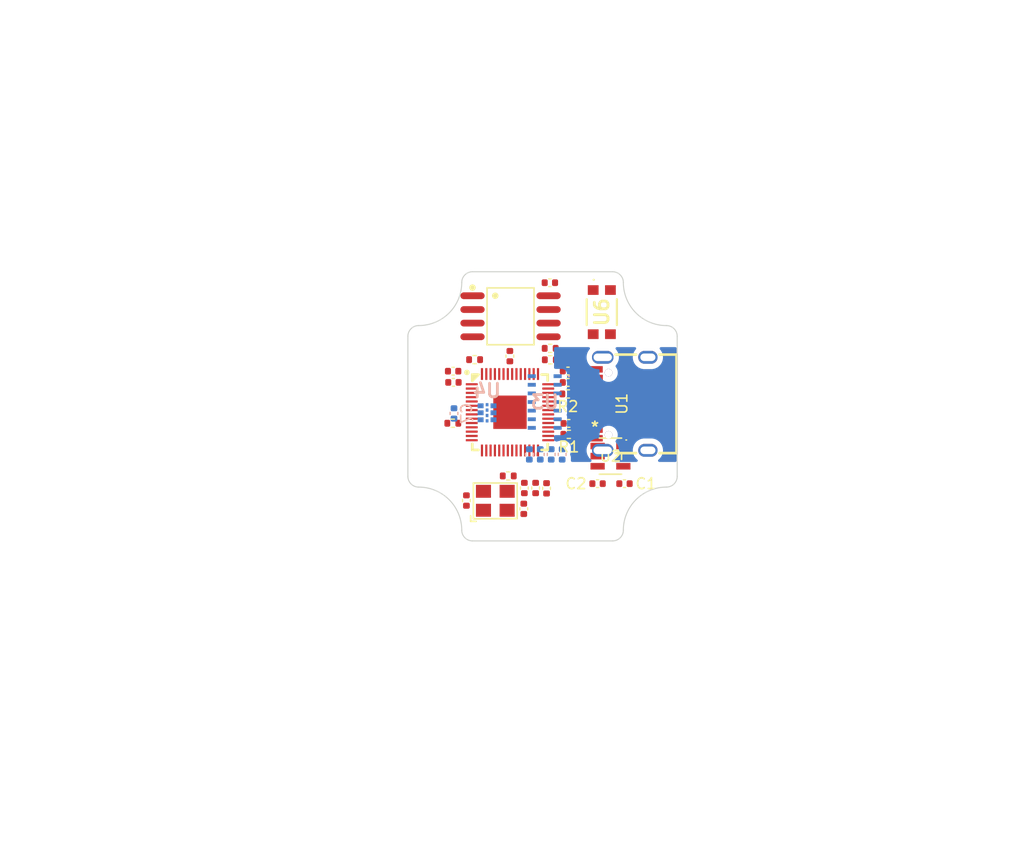
<source format=kicad_pcb>
(kicad_pcb (version 20240108) (generator "pcbnew") (generator_version "8.0")
  (layers (0 "F.Cu" signal) (1 "In1.Cu" mixed) (2 "In2.Cu" mixed) (31 "B.Cu" signal) (34 "B.Paste" user) (35 "F.Paste" user) (36 "B.SilkS" user "B.Silkscreen") (37 "F.SilkS" user "F.Silkscreen") (38 "B.Mask" user) (39 "F.Mask" user) (44 "Edge.Cuts" user))
  (net 0 "")
  (net 1 "dp")
  (net 2 "dm")
  (net 3 "usb_connector-vcc")
  (net 4 "usb_connector-gnd-1")
  (net 5 "sub1")
  (net 6 "cc1")
  (net 7 "sub2")
  (net 8 "cc2")
  (net 9 "power_supply-vcc")
  (net 10 "power_supply.regulator-io")
  (net 11 "nc")
  (net 12 "sda")
  (net 13 "scl")
  (net 14 "sensor.sensor-vcc")
  (net 15 "sensor.sensor-gnd")
  (net 16 "sensor.sensor-vcc-1")
  (net 17 "sensor.sensor-io")
  (net 18 "nc_1")
  (net 19 "pgnd")
  (net 20 "nc_2")
  (net 21 "nc_3")
  (net 22 "nc_4")
  (net 23 "nc_5")
  (net 24 "nc_6")
  (net 25 "mosi")
  (net 26 "miso")
  (net 27 "microcontroller.rp2040-sck")
  (net 28 "microcontroller.rp2040-cs")
  (net 29 "microcontroller.rp2040-cs-1")
  (net 30 "microcontroller.rp2040-sck-1")
  (net 31 "io0")
  (net 32 "io1")
  (net 33 "io2")
  (net 34 "io3")
  (net 35 "tx")
  (net 36 "rx")
  (net 37 "microcontroller.rp2040.micro-vcc")
  (net 38 "xin")
  (net 39 "xout")
  (net 40 "swclk")
  (net 41 "swdio")
  (net 42 "run")
  (net 43 "usb_dm")
  (net 44 "usb_dp")
  (net 45 "gpio0")
  (net 46 "gpio1")
  (net 47 "gpio2")
  (net 48 "gpio3")
  (net 49 "gpio6")
  (net 50 "gpio7")
  (net 51 "gpio12")
  (net 52 "gpio13")
  (net 53 "gpio14")
  (net 54 "gpio15")
  (net 55 "gpio16")
  (net 56 "gpio17")
  (net 57 "gpio18")
  (net 58 "gpio19")
  (net 59 "gpio22")
  (net 60 "gpio23")
  (net 61 "gpio24")
  (net 62 "gpio25")
  (net 63 "gpio26_a0")
  (net 64 "gpio27_a1")
  (net 65 "gpio28_a2")
  (net 66 "gpio29_a3")
  (net 67 "out")
  (net 68 "sensor-gnd")
  (net 69 "temperature_sensor.sensor-vcc")
  (net 70 "temperature_sensor.sensor-io")
  (net 71 "temperature_sensor.sensor-io-1")
  (footprint "lib:C0402" (layer "F.Cu") (at 134.199654 99.236023 180)
    (property "Reference" "C12" (hide yes))
    (property "Value" "16V 100nF X7R Â±10% 0402  Multilayer Ceramic Capacitors MLCC - SMD/SMT ROHS")
    (fp_line (start -0.107836 0.36) (end 0.107836 0.36) (stroke (width 0.12)) (layer "F.SilkS"))
    (fp_line (start -0.107836 -0.36) (end 0.107836 -0.36) (stroke (width 0.12)) (layer "F.SilkS"))
    (pad "1" smd roundrect (at -0.48 0 180) (size 0.56 0.62) (layers "F.Cu" "F.Paste" "F.Mask") (net 9 "power_supply-vcc"))
    (pad "2" smd roundrect (at 0.48 0 180) (size 0.56 0.62) (layers "F.Cu" "F.Paste" "F.Mask") (net 4 "usb_connector-gnd-1"))
  )
  (footprint "lib:LQFN-56_L7.0-W7.0-P0.4-EP" (layer "F.Cu") (at 139.4775 103.05)
    (property "Reference" "U5" (hide yes))
    (property "Value" "?")
    (fp_line (start -3.5 -3.5) (end -2.93 -3.5) (stroke (width 0.25)) (layer "F.SilkS"))
    (fp_line (start -3.5 -2.93) (end -3.5 -3.5) (stroke (width 0.25)) (layer "F.SilkS"))
    (fp_line (start -3.5 -2.93) (end -2.93 -3.5) (stroke (width 0.25)) (layer "F.SilkS"))
    (fp_line (start -3.5 3.5) (end -3.5 2.93) (stroke (width 0.25)) (layer "F.SilkS"))
    (fp_line (start -3.4 3.5) (end -3.5 3.5) (stroke (width 0.25)) (layer "F.SilkS"))
    (fp_line (start -3.24 -3.5) (end -3.24 -3.4) (stroke (width 0.25)) (layer "F.SilkS"))
    (fp_line (start -3.24 -3.4) (end -3.5 -3.14) (stroke (width 0.25)) (layer "F.SilkS"))
    (fp_line (start -2.93 3.5) (end -3.4 3.5) (stroke (width 0.25)) (layer "F.SilkS"))
    (fp_line (start 2.93 -3.5) (end 3.5 -3.5) (stroke (width 0.25)) (layer "F.SilkS"))
    (fp_line (start 3.5 -3.5) (end 3.5 -2.93) (stroke (width 0.25)) (layer "F.SilkS"))
    (fp_line (start 3.5 2.93) (end 3.5 3.5) (stroke (width 0.25)) (layer "F.SilkS"))
    (fp_line (start 3.5 3.5) (end 2.93 3.5) (stroke (width 0.25)) (layer "F.SilkS"))
    (fp_circle (center -4 -3.7) (end -3.87 -3.7) (stroke (width 0.25)) (fill none) (layer "F.SilkS"))
    (pad "1" smd rect (at -3.55 -2.6) (size 1.1 0.2) (layers "F.Cu" "F.Paste" "F.Mask") (net 9 "power_supply-vcc"))
    (pad "2" smd rect (at -3.55 -2.2) (size 1.1 0.2) (layers "F.Cu" "F.Paste" "F.Mask") (net 45 "gpio0"))
    (pad "3" smd rect (at -3.55 -1.8) (size 1.1 0.2) (layers "F.Cu" "F.Paste" "F.Mask") (net 46 "gpio1"))
    (pad "4" smd rect (at -3.55 -1.4) (size 1.1 0.2) (layers "F.Cu" "F.Paste" "F.Mask") (net 47 "gpio2"))
    (pad "5" smd rect (at -3.55 -1) (size 1.1 0.2) (layers "F.Cu" "F.Paste" "F.Mask") (net 48 "gpio3"))
    (pad "6" smd rect (at -3.55 -0.6) (size 1.1 0.2) (layers "F.Cu" "F.Paste" "F.Mask") (net 35 "tx"))
    (pad "7" smd rect (at -3.55 -0.2) (size 1.1 0.2) (layers "F.Cu" "F.Paste" "F.Mask") (net 36 "rx"))
    (pad "8" smd rect (at -3.55 0.2) (size 1.1 0.2) (layers "F.Cu" "F.Paste" "F.Mask") (net 49 "gpio6"))
    (pad "9" smd rect (at -3.55 0.6) (size 1.1 0.2) (layers "F.Cu" "F.Paste" "F.Mask") (net 50 "gpio7"))
    (pad "10" smd rect (at -3.55 1) (size 1.1 0.2) (layers "F.Cu" "F.Paste" "F.Mask") (net 9 "power_supply-vcc"))
    (pad "11" smd rect (at -3.55 1.4) (size 1.1 0.2) (layers "F.Cu" "F.Paste" "F.Mask") (net 26 "miso"))
    (pad "12" smd rect (at -3.55 1.8) (size 1.1 0.2) (layers "F.Cu" "F.Paste" "F.Mask") (net 28 "microcontroller.rp2040-cs"))
    (pad "13" smd rect (at -3.55 2.2) (size 1.1 0.2) (layers "F.Cu" "F.Paste" "F.Mask") (net 27 "microcontroller.rp2040-sck"))
    (pad "14" smd rect (at -3.55 2.6) (size 1.1 0.2) (layers "F.Cu" "F.Paste" "F.Mask") (net 25 "mosi"))
    (pad "15" smd rect (at -2.6 3.55 90) (size 1.1 0.2) (layers "F.Cu" "F.Paste" "F.Mask") (net 51 "gpio12"))
    (pad "16" smd rect (at -2.2 3.55 90) (size 1.1 0.2) (layers "F.Cu" "F.Paste" "F.Mask") (net 52 "gpio13"))
    (pad "17" smd rect (at -1.8 3.55 90) (size 1.1 0.2) (layers "F.Cu" "F.Paste" "F.Mask") (net 53 "gpio14"))
    (pad "18" smd rect (at -1.4 3.55 90) (size 1.1 0.2) (layers "F.Cu" "F.Paste" "F.Mask") (net 54 "gpio15"))
    (pad "19" smd rect (at -1 3.55 90) (size 1.1 0.2) (layers "F.Cu" "F.Paste" "F.Mask") (net 4 "usb_connector-gnd-1"))
    (pad "20" smd rect (at -0.6 3.55 90) (size 1.1 0.2) (layers "F.Cu" "F.Paste" "F.Mask") (net 38 "xin"))
    (pad "21" smd rect (at -0.2 3.55 90) (size 1.1 0.2) (layers "F.Cu" "F.Paste" "F.Mask") (net 39 "xout"))
    (pad "22" smd rect (at 0.2 3.55 90) (size 1.1 0.2) (layers "F.Cu" "F.Paste" "F.Mask") (net 9 "power_supply-vcc"))
    (pad "23" smd rect (at 0.6 3.55 90) (size 1.1 0.2) (layers "F.Cu" "F.Paste" "F.Mask") (net 37 "microcontroller.rp2040.micro-vcc"))
    (pad "24" smd rect (at 1 3.55 90) (size 1.1 0.2) (layers "F.Cu" "F.Paste" "F.Mask") (net 40 "swclk"))
    (pad "25" smd rect (at 1.4 3.55 90) (size 1.1 0.2) (layers "F.Cu" "F.Paste" "F.Mask") (net 41 "swdio"))
    (pad "26" smd rect (at 1.8 3.55 90) (size 1.1 0.2) (layers "F.Cu" "F.Paste" "F.Mask") (net 42 "run"))
    (pad "27" smd rect (at 2.2 3.55 90) (size 1.1 0.2) (layers "F.Cu" "F.Paste" "F.Mask") (net 55 "gpio16"))
    (pad "28" smd rect (at 2.6 3.55 90) (size 1.1 0.2) (layers "F.Cu" "F.Paste" "F.Mask") (net 56 "gpio17"))
    (pad "29" smd rect (at 3.55 2.6 180) (size 1.1 0.2) (layers "F.Cu" "F.Paste" "F.Mask") (net 57 "gpio18"))
    (pad "30" smd rect (at 3.55 2.2 180) (size 1.1 0.2) (layers "F.Cu" "F.Paste" "F.Mask") (net 58 "gpio19"))
    (pad "31" smd rect (at 3.55 1.8 180) (size 1.1 0.2) (layers "F.Cu" "F.Paste" "F.Mask") (net 12 "sda"))
    (pad "32" smd rect (at 3.55 1.4 180) (size 1.1 0.2) (layers "F.Cu" "F.Paste" "F.Mask") (net 13 "scl"))
    (pad "33" smd rect (at 3.55 1 180) (size 1.1 0.2) (layers "F.Cu" "F.Paste" "F.Mask") (net 9 "power_supply-vcc"))
    (pad "34" smd rect (at 3.55 0.6 180) (size 1.1 0.2) (layers "F.Cu" "F.Paste" "F.Mask") (net 59 "gpio22"))
    (pad "35" smd rect (at 3.55 0.2 180) (size 1.1 0.2) (layers "F.Cu" "F.Paste" "F.Mask") (net 60 "gpio23"))
    (pad "36" smd rect (at 3.55 -0.2 180) (size 1.1 0.2) (layers "F.Cu" "F.Paste" "F.Mask") (net 61 "gpio24"))
    (pad "37" smd rect (at 3.55 -0.6 180) (size 1.1 0.2) (layers "F.Cu" "F.Paste" "F.Mask") (net 62 "gpio25"))
    (pad "38" smd rect (at 3.55 -1 180) (size 1.1 0.2) (layers "F.Cu" "F.Paste" "F.Mask") (net 63 "gpio26_a0"))
    (pad "39" smd rect (at 3.55 -1.4 180) (size 1.1 0.2) (layers "F.Cu" "F.Paste" "F.Mask") (net 64 "gpio27_a1"))
    (pad "40" smd rect (at 3.55 -1.8 180) (size 1.1 0.2) (layers "F.Cu" "F.Paste" "F.Mask") (net 65 "gpio28_a2"))
    (pad "41" smd rect (at 3.55 -2.2 180) (size 1.1 0.2) (layers "F.Cu" "F.Paste" "F.Mask") (net 66 "gpio29_a3"))
    (pad "42" smd rect (at 3.55 -2.6 180) (size 1.1 0.2) (layers "F.Cu" "F.Paste" "F.Mask") (net 9 "power_supply-vcc"))
    (pad "43" smd rect (at 2.6 -3.55 270) (size 1.1 0.2) (layers "F.Cu" "F.Paste" "F.Mask") (net 9 "power_supply-vcc"))
    (pad "44" smd rect (at 2.2 -3.55 270) (size 1.1 0.2) (layers "F.Cu" "F.Paste" "F.Mask") (net 9 "power_supply-vcc"))
    (pad "45" smd rect (at 1.8 -3.55 270) (size 1.1 0.2) (layers "F.Cu" "F.Paste" "F.Mask") (net 37 "microcontroller.rp2040.micro-vcc"))
    (pad "46" smd rect (at 1.4 -3.55 270) (size 1.1 0.2) (layers "F.Cu" "F.Paste" "F.Mask") (net 43 "usb_dm"))
    (pad "47" smd rect (at 1 -3.55 270) (size 1.1 0.2) (layers "F.Cu" "F.Paste" "F.Mask") (net 44 "usb_dp"))
    (pad "48" smd rect (at 0.6 -3.55 270) (size 1.1 0.2) (layers "F.Cu" "F.Paste" "F.Mask") (net 9 "power_supply-vcc"))
    (pad "49" smd rect (at 0.2 -3.55 270) (size 1.1 0.2) (layers "F.Cu" "F.Paste" "F.Mask") (net 9 "power_supply-vcc"))
    (pad "50" smd rect (at -0.2 -3.55 270) (size 1.1 0.2) (layers "F.Cu" "F.Paste" "F.Mask") (net 37 "microcontroller.rp2040.micro-vcc"))
    (pad "51" smd rect (at -0.6 -3.55 270) (size 1.1 0.2) (layers "F.Cu" "F.Paste" "F.Mask") (net 34 "io3"))
    (pad "52" smd rect (at -1 -3.55 270) (size 1.1 0.2) (layers "F.Cu" "F.Paste" "F.Mask") (net 30 "microcontroller.rp2040-sck-1"))
    (pad "53" smd rect (at -1.4 -3.55 270) (size 1.1 0.2) (layers "F.Cu" "F.Paste" "F.Mask") (net 31 "io0"))
    (pad "54" smd rect (at -1.8 -3.55 270) (size 1.1 0.2) (layers "F.Cu" "F.Paste" "F.Mask") (net 33 "io2"))
    (pad "55" smd rect (at -2.2 -3.55 270) (size 1.1 0.2) (layers "F.Cu" "F.Paste" "F.Mask") (net 32 "io1"))
    (pad "56" smd rect (at -2.6 -3.55 270) (size 1.1 0.2) (layers "F.Cu" "F.Paste" "F.Mask") (net 29 "microcontroller.rp2040-cs-1"))
    (pad "57" smd rect (at 0 0) (size 3.1 3.1) (layers "F.Cu" "F.Paste" "F.Mask") (net 4 "usb_connector-gnd-1"))
  )
  (footprint "lib:C0402" (layer "F.Cu") (at 135.433478 111.24833 90)
    (property "Reference" "C8" (hide yes))
    (property "Value" "50V 20pF C0G Â±5% 0402  Multilayer Ceramic Capacitors MLCC - SMD/SMT ROHS")
    (fp_line (start -0.107836 -0.36) (end 0.107836 -0.36) (stroke (width 0.12)) (layer "F.SilkS"))
    (fp_line (start -0.107836 0.36) (end 0.107836 0.36) (stroke (width 0.12)) (layer "F.SilkS"))
    (pad "1" smd roundrect (at -0.48 0 90) (size 0.56 0.62) (layers "F.Cu" "F.Paste" "F.Mask") (net 38 "xin"))
    (pad "2" smd roundrect (at 0.48 0 90) (size 0.56 0.62) (layers "F.Cu" "F.Paste" "F.Mask") (net 4 "usb_connector-gnd-1"))
  )
  (footprint "lib:SOIC-8_L5.3-W5.3-P1.27-LS8.0-BL" (layer "F.Cu") (at 139.527814 94.141072 -90)
    (property "Reference" "U8" (hide yes))
    (property "Value" "?")
    (fp_line (start -2.64 2.18) (end -2.64 -2.18) (stroke (width 0.15)) (layer "F.SilkS"))
    (fp_line (start 2.64 2.18) (end -2.64 2.18) (stroke (width 0.15)) (layer "F.SilkS"))
    (fp_line (start -2.64 -2.18) (end 2.64 -2.18) (stroke (width 0.15)) (layer "F.SilkS"))
    (fp_line (start 2.64 -2.18) (end 2.64 2.18) (stroke (width 0.15)) (layer "F.SilkS"))
    (fp_circle (center -2.67 3.53) (end -2.52 3.53) (stroke (width 0.3)) (fill none) (layer "F.SilkS"))
    (fp_circle (center -1.91 1.42) (end -1.76 1.42) (stroke (width 0.3)) (fill none) (layer "F.SilkS"))
    (pad "1" smd oval (at -1.91 3.53 270) (size 0.63 2.25) (layers "F.Cu" "F.Paste" "F.Mask") (net 29 "microcontroller.rp2040-cs-1"))
    (pad "2" smd oval (at -0.63 3.53 270) (size 0.63 2.25) (layers "F.Cu" "F.Paste" "F.Mask") (net 32 "io1"))
    (pad "3" smd oval (at 0.63 3.53 270) (size 0.63 2.25) (layers "F.Cu" "F.Paste" "F.Mask") (net 33 "io2"))
    (pad "4" smd oval (at 1.9 3.53 270) (size 0.63 2.25) (layers "F.Cu" "F.Paste" "F.Mask") (net 4 "usb_connector-gnd-1"))
    (pad "5" smd oval (at 1.9 -3.53 270) (size 0.63 2.25) (layers "F.Cu" "F.Paste" "F.Mask") (net 31 "io0"))
    (pad "6" smd oval (at 0.63 -3.53 270) (size 0.63 2.25) (layers "F.Cu" "F.Paste" "F.Mask") (net 30 "microcontroller.rp2040-sck-1"))
    (pad "7" smd oval (at -0.63 -3.53 270) (size 0.63 2.25) (layers "F.Cu" "F.Paste" "F.Mask") (net 34 "io3"))
    (pad "8" smd oval (at -1.91 -3.53 270) (size 0.63 2.25) (layers "F.Cu" "F.Paste" "F.Mask") (net 9 "power_supply-vcc"))
  )
  (footprint "lib:R0402" (layer "F.Cu") (at 134.170469 104.069128 180)
    (property "Reference" "R3" (hide yes))
    (property "Value" "62.5mW Thick Film Resistors 50V Â±100ppm/â Â±1% 10kÎ© 0402  Chip Resistor - Surface Mount ROHS")
    (fp_line (start -0.153641 0.38) (end 0.153641 0.38) (stroke (width 0.12)) (layer "F.SilkS"))
    (fp_line (start -0.153641 -0.38) (end 0.153641 -0.38) (stroke (width 0.12)) (layer "F.SilkS"))
    (pad "1" smd roundrect (at -0.51 0 180) (size 0.54 0.64) (layers "F.Cu" "F.Paste" "F.Mask") (net 9 "power_supply-vcc"))
    (pad "2" smd roundrect (at 0.51 0 180) (size 0.54 0.64) (layers "F.Cu" "F.Paste" "F.Mask") (net 42 "run"))
  )
  (footprint "lib:C0402" (layer "F.Cu") (at 140.757599 112.018259 -90)
    (property "Reference" "C9" (hide yes))
    (property "Value" "50V 20pF C0G Â±5% 0402  Multilayer Ceramic Capacitors MLCC - SMD/SMT ROHS")
    (fp_line (start -0.107836 0.36) (end 0.107836 0.36) (stroke (width 0.12)) (layer "F.SilkS"))
    (fp_line (start -0.107836 -0.36) (end 0.107836 -0.36) (stroke (width 0.12)) (layer "F.SilkS"))
    (pad "1" smd roundrect (at -0.48 0 270) (size 0.56 0.62) (layers "F.Cu" "F.Paste" "F.Mask") (net 67 "out"))
    (pad "2" smd roundrect (at 0.48 0 270) (size 0.56 0.62) (layers "F.Cu" "F.Paste" "F.Mask") (net 4 "usb_connector-gnd-1"))
  )
  (footprint "lib:KMR211NGLFS" (layer "F.Cu") (at 148 93.75 90)
    (property "Reference" "U6" (at 0 0 90) (layer "F.SilkS") (effects (font (size 1.27 1.27) (thickness 0.254))))
    (property "Value" "KMR211NGLFS (Tactile Switches)" (hide yes))
    (fp_line (start -1.2 -1.4) (end 1.2 -1.4) (stroke (width 0.2)) (layer "F.SilkS"))
    (fp_line (start 3 -0.8) (end 3 -0.8) (stroke (width 0.1)) (layer "F.SilkS"))
    (fp_line (start 3 -0.7) (end 3 -0.7) (stroke (width 0.1)) (layer "F.SilkS"))
    (fp_line (start -1.2 1.4) (end 1.2 1.4) (stroke (width 0.2)) (layer "F.SilkS"))
    (fp_arc (start 3 -0.8) (mid 3.05 -0.75) (end 3 -0.7) (stroke (width 0.1)) (layer "F.SilkS"))
    (fp_arc (start 3 -0.7) (mid 2.95 -0.75) (end 3 -0.8) (stroke (width 0.1)) (layer "F.SilkS"))
    (pad "1" smd rect (at 2.05 -0.8 90) (size 0.9 1) (layers "F.Cu" "F.Paste" "F.Mask") (net 4 "usb_connector-gnd-1"))
    (pad "2" smd rect (at 2.05 0.8 90) (size 0.9 1) (layers "F.Cu" "F.Paste" "F.Mask") (net 29 "microcontroller.rp2040-cs-1"))
    (pad "3" smd rect (at -2.05 0.8 90) (size 0.9 1) (layers "F.Cu" "F.Paste" "F.Mask") (net 29 "microcontroller.rp2040-cs-1"))
    (pad "4" smd rect (at -2.05 -0.8 90) (size 0.9 1) (layers "F.Cu" "F.Paste" "F.Mask") (net 4 "usb_connector-gnd-1"))
  )
  (footprint "lib:R0402" (layer "F.Cu") (at 136.192104 98.164211)
    (property "Reference" "R4" (hide yes))
    (property "Value" "62.5mW Thick Film Resistors 50V Â±100ppm/â Â±1% 10kÎ© 0402  Chip Resistor - Surface Mount ROHS")
    (fp_line (start -0.153641 -0.38) (end 0.153641 -0.38) (stroke (width 0.12)) (layer "F.SilkS"))
    (fp_line (start -0.153641 0.38) (end 0.153641 0.38) (stroke (width 0.12)) (layer "F.SilkS"))
    (pad "1" smd roundrect (at -0.51 0) (size 0.54 0.64) (layers "F.Cu" "F.Paste" "F.Mask") (net 9 "power_supply-vcc"))
    (pad "2" smd roundrect (at 0.51 0) (size 0.54 0.64) (layers "F.Cu" "F.Paste" "F.Mask") (net 29 "microcontroller.rp2040-cs-1"))
  )
  (footprint "lib:C0402" (layer "F.Cu") (at 134.22769 100.274749 180)
    (property "Reference" "C13" (hide yes))
    (property "Value" "16V 100nF X7R Â±10% 0402  Multilayer Ceramic Capacitors MLCC - SMD/SMT ROHS")
    (fp_line (start -0.107836 0.36) (end 0.107836 0.36) (stroke (width 0.12)) (layer "F.SilkS"))
    (fp_line (start -0.107836 -0.36) (end 0.107836 -0.36) (stroke (width 0.12)) (layer "F.SilkS"))
    (pad "1" smd roundrect (at -0.48 0 180) (size 0.56 0.62) (layers "F.Cu" "F.Paste" "F.Mask") (net 9 "power_supply-vcc"))
    (pad "2" smd roundrect (at 0.48 0 180) (size 0.56 0.62) (layers "F.Cu" "F.Paste" "F.Mask") (net 4 "usb_connector-gnd-1"))
  )
  (footprint "lib:C0402" (layer "F.Cu") (at 144.859729 99.224483)
    (property "Reference" "C17" (hide yes))
    (property "Value" "16V 100nF X7R Â±10% 0402  Multilayer Ceramic Capacitors MLCC - SMD/SMT ROHS")
    (fp_line (start -0.107836 -0.36) (end 0.107836 -0.36) (stroke (width 0.12)) (layer "F.SilkS"))
    (fp_line (start -0.107836 0.36) (end 0.107836 0.36) (stroke (width 0.12)) (layer "F.SilkS"))
    (pad "1" smd roundrect (at -0.48 0) (size 0.56 0.62) (layers "F.Cu" "F.Paste" "F.Mask") (net 37 "microcontroller.rp2040.micro-vcc"))
    (pad "2" smd roundrect (at 0.48 0) (size 0.56 0.62) (layers "F.Cu" "F.Paste" "F.Mask") (net 4 "usb_connector-gnd-1"))
  )
  (footprint "lib:SOT-23-5_RIT" (layer "F.Cu") (at 148.804585 107.126363)
    (property "Reference" "U2" (at 0 0 0) (layer "F.SilkS"))
    (property "Value" "?")
    (fp_line (start -1.0287 1.6764) (end 1.0287 1.6764) (stroke (width 0.1524)) (layer "F.SilkS"))
    (fp_line (start 1.0287 -1.6764) (end -1.0287 -1.6764) (stroke (width 0.1524)) (layer "F.SilkS"))
    (fp_line (start 1.0287 0.30196) (end 1.0287 -0.30196) (stroke (width 0.1524)) (layer "F.SilkS"))
    (fp_line (start 1.5 -1.5) (end 1.43 -1.5) (stroke (width 0.127)) (layer "F.SilkS"))
    (fp_text user "*" (at -1.4478 -2.6921 0) (layer "F.SilkS"))
    (fp_text user "*" (at -1.4478 -2.6921 0) (layer "F.SilkS"))
    (pad "1" smd rect (at -1.1938 -0.9395) (size 1.3208 0.6096) (layers "F.Cu" "F.Paste" "F.Mask") (net 3 "usb_connector-vcc"))
    (pad "2" smd rect (at -1.1938 0) (size 1.3208 0.6096) (layers "F.Cu" "F.Paste" "F.Mask") (net 4 "usb_connector-gnd-1"))
    (pad "3" smd rect (at -1.1938 0.9395) (size 1.3208 0.6096) (layers "F.Cu" "F.Paste" "F.Mask") (net 10 "power_supply.regulator-io"))
    (pad "4" smd rect (at 1.1938 0.9395) (size 1.3208 0.6096) (layers "F.Cu" "F.Paste" "F.Mask") (net 11 "nc"))
    (pad "5" smd rect (at 1.1938 -0.9395) (size 1.3208 0.6096) (layers "F.Cu" "F.Paste" "F.Mask") (net 9 "power_supply-vcc"))
  )
  (footprint "lib:C0402" (layer "F.Cu") (at 139.466402 97.840059 90)
    (property "Reference" "C16" (hide yes))
    (property "Value" "16V 100nF X7R Â±10% 0402  Multilayer Ceramic Capacitors MLCC - SMD/SMT ROHS")
    (fp_line (start -0.107836 -0.36) (end 0.107836 -0.36) (stroke (width 0.12)) (layer "F.SilkS"))
    (fp_line (start -0.107836 0.36) (end 0.107836 0.36) (stroke (width 0.12)) (layer "F.SilkS"))
    (pad "1" smd roundrect (at -0.48 0 90) (size 0.56 0.62) (layers "F.Cu" "F.Paste" "F.Mask") (net 37 "microcontroller.rp2040.micro-vcc"))
    (pad "2" smd roundrect (at 0.48 0 90) (size 0.56 0.62) (layers "F.Cu" "F.Paste" "F.Mask") (net 4 "usb_connector-gnd-1"))
  )
  (footprint "lib:C0402" (layer "F.Cu") (at 140.809994 110.086118 -90)
    (property "Reference" "C10" (hide yes))
    (property "Value" "16V 100nF X7R Â±10% 0402  Multilayer Ceramic Capacitors MLCC - SMD/SMT ROHS")
    (fp_line (start -0.107836 0.36) (end 0.107836 0.36) (stroke (width 0.12)) (layer "F.SilkS"))
    (fp_line (start -0.107836 -0.36) (end 0.107836 -0.36) (stroke (width 0.12)) (layer "F.SilkS"))
    (pad "1" smd roundrect (at -0.48 0 270) (size 0.56 0.62) (layers "F.Cu" "F.Paste" "F.Mask") (net 9 "power_supply-vcc"))
    (pad "2" smd roundrect (at 0.48 0 270) (size 0.56 0.62) (layers "F.Cu" "F.Paste" "F.Mask") (net 4 "usb_connector-gnd-1"))
  )
  (footprint "lib:C0402" (layer "F.Cu") (at 144.859729 100.281223)
    (property "Reference" "C11" (hide yes))
    (property "Value" "16V 100nF X7R Â±10% 0402  Multilayer Ceramic Capacitors MLCC - SMD/SMT ROHS")
    (fp_line (start -0.107836 -0.36) (end 0.107836 -0.36) (stroke (width 0.12)) (layer "F.SilkS"))
    (fp_line (start -0.107836 0.36) (end 0.107836 0.36) (stroke (width 0.12)) (layer "F.SilkS"))
    (pad "1" smd roundrect (at -0.48 0) (size 0.56 0.62) (layers "F.Cu" "F.Paste" "F.Mask") (net 9 "power_supply-vcc"))
    (pad "2" smd roundrect (at 0.48 0) (size 0.56 0.62) (layers "F.Cu" "F.Paste" "F.Mask") (net 4 "usb_connector-gnd-1"))
  )
  (footprint "lib:C0402" (layer "F.Cu") (at 150.105185 109.681763 180)
    (property "Reference" "C1" (at -2 0 180) (layer "F.SilkS"))
    (property "Value" "25V 1uF X5R Â±10% 0402  Multilayer Ceramic Capacitors MLCC - SMD/SMT ROHS")
    (fp_line (start -0.107836 0.36) (end 0.107836 0.36) (stroke (width 0.12)) (layer "F.SilkS"))
    (fp_line (start -0.107836 -0.36) (end 0.107836 -0.36) (stroke (width 0.12)) (layer "F.SilkS"))
    (pad "1" smd roundrect (at -0.48 0 180) (size 0.56 0.62) (layers "F.Cu" "F.Paste" "F.Mask") (net 3 "usb_connector-vcc"))
    (pad "2" smd roundrect (at 0.48 0 180) (size 0.56 0.62) (layers "F.Cu" "F.Paste" "F.Mask") (net 4 "usb_connector-gnd-1"))
  )
  (footprint "lib:OSC-SMD_4P-L3.2-W2.5-BL" (layer "F.Cu") (at 138.114534 111.271559)
    (property "Reference" "U7" (hide yes))
    (property "Value" "?")
    (fp_line (start -2.29 1.4) (end -2.29 1.91) (stroke (width 0.15)) (layer "F.SilkS"))
    (fp_line (start -2.29 1.91) (end -1.78 1.91) (stroke (width 0.15)) (layer "F.SilkS"))
    (fp_line (start -2.03 -1.65) (end 2.03 -1.65) (stroke (width 0.15)) (layer "F.SilkS"))
    (fp_line (start -2.03 1.68) (end -2.03 -1.65) (stroke (width 0.15)) (layer "F.SilkS"))
    (fp_line (start 2.03 -1.65) (end 2.03 0) (stroke (width 0.15)) (layer "F.SilkS"))
    (fp_line (start 2.03 0) (end 2.03 1.65) (stroke (width 0.15)) (layer "F.SilkS"))
    (fp_line (start 2.03 1.65) (end -2.03 1.68) (stroke (width 0.15)) (layer "F.SilkS"))
    (fp_line (start 2.03 1.65) (end 2.03 1.65) (stroke (width 0.15)) (layer "F.SilkS"))
    (pad "1" smd rect (at -1.1 0.88) (size 1.4 1.2) (layers "F.Cu" "F.Paste" "F.Mask") (net 38 "xin"))
    (pad "2" smd rect (at 1.1 0.88) (size 1.4 1.2) (layers "F.Cu" "F.Paste" "F.Mask") (net 4 "usb_connector-gnd-1"))
    (pad "3" smd rect (at 1.1 -0.88) (size 1.4 1.2) (layers "F.Cu" "F.Paste" "F.Mask") (net 67 "out"))
    (pad "4" smd rect (at -1.1 -0.88) (size 1.4 1.2) (layers "F.Cu" "F.Paste" "F.Mask") (net 4 "usb_connector-gnd-1"))
  )
  (footprint "lib:USB-C-SMD_KH-TYPE-C-16P" (layer "F.Cu") (at 149.857013 102.265 90)
    (property "Reference" "U1" (at 0 0.0082 90) (layer "F.SilkS"))
    (property "Value" "?")
    (fp_line (start -4.58 -0.57) (end -4.58 1.32) (stroke (width 0.25)) (layer "F.SilkS"))
    (fp_line (start 4.57 1.32) (end 4.57 -0.57) (stroke (width 0.25)) (layer "F.SilkS"))
    (fp_line (start -4.58 3.51) (end -4.58 5.08) (stroke (width 0.25)) (layer "F.SilkS"))
    (fp_line (start 4.57 5.08) (end 4.57 3.51) (stroke (width 0.25)) (layer "F.SilkS"))
    (fp_line (start -4.58 5.08) (end 4.57 5.08) (stroke (width 0.25)) (layer "F.SilkS"))
    (pad "" thru_hole circle (at -2.89 -1.23 90) (size 0.7 0.7) (drill 0.7) (layers "*.Cu" "*.Mask"))
    (pad "" thru_hole circle (at 2.89 -1.23 90) (size 0.7 0.7) (drill 0.7) (layers "*.Cu" "*.Mask"))
    (pad "1" thru_hole oval (at -4.32 -1.77 90) (size 1.2 2) (drill oval 0.700024 1.699997) (layers "*.Cu" "*.Mask") (net 4 "usb_connector-gnd-1"))
    (pad "2" thru_hole oval (at 4.32 -1.77 90) (size 1.2 2) (drill oval 0.700024 1.699997) (layers "*.Cu" "*.Mask") (net 4 "usb_connector-gnd-1"))
    (pad "3" thru_hole oval (at -4.32 2.42 90) (size 1.2 1.8) (drill oval 0.700024 1.399997) (layers "*.Cu" "*.Mask") (net 4 "usb_connector-gnd-1"))
    (pad "4" thru_hole oval (at 4.32 2.42 90) (size 1.2 1.8) (drill oval 0.700024 1.399997) (layers "*.Cu" "*.Mask") (net 4 "usb_connector-gnd-1"))
    (pad "A1" smd rect (at -3.35 -2.42 90) (size 0.3 1.3) (layers "F.Cu" "F.Paste" "F.Mask") (net 4 "usb_connector-gnd-1"))
    (pad "A4" smd rect (at -2.55 -2.42 90) (size 0.3 1.3) (layers "F.Cu" "F.Paste" "F.Mask") (net 3 "usb_connector-vcc"))
    (pad "A5" smd rect (at -1.25 -2.42 90) (size 0.3 1.3) (layers "F.Cu" "F.Paste" "F.Mask") (net 6 "cc1"))
    (pad "A6" smd rect (at -0.25 -2.42 90) (size 0.3 1.3) (layers "F.Cu" "F.Paste" "F.Mask") (net 1 "dp"))
    (pad "A7" smd rect (at 0.25 -2.42 90) (size 0.3 1.3) (layers "F.Cu" "F.Paste" "F.Mask") (net 2 "dm"))
    (pad "A8" smd rect (at 1.25 -2.42 90) (size 0.3 1.3) (layers "F.Cu" "F.Paste" "F.Mask") (net 5 "sub1"))
    (pad "A9" smd rect (at 2.55 -2.41 90) (size 0.3 1.3) (layers "F.Cu" "F.Paste" "F.Mask") (net 3 "usb_connector-vcc"))
    (pad "A12" smd rect (at 3.35 -2.42 90) (size 0.3 1.3) (layers "F.Cu" "F.Paste" "F.Mask") (net 4 "usb_connector-gnd-1"))
    (pad "B1" smd rect (at 3.05 -2.42 90) (size 0.3 1.3) (layers "F.Cu" "F.Paste" "F.Mask") (net 4 "usb_connector-gnd-1"))
    (pad "B4" smd rect (at 2.25 -2.41 90) (size 0.3 1.3) (layers "F.Cu" "F.Paste" "F.Mask") (net 3 "usb_connector-vcc"))
    (pad "B5" smd rect (at 1.75 -2.42 90) (size 0.3 1.3) (layers "F.Cu" "F.Paste" "F.Mask") (net 8 "cc2"))
    (pad "B6" smd rect (at 0.75 -2.42 90) (size 0.3 1.3) (layers "F.Cu" "F.Paste" "F.Mask") (net 1 "dp"))
    (pad "B7" smd rect (at -0.75 -2.42 90) (size 0.3 1.3) (layers "F.Cu" "F.Paste" "F.Mask") (net 2 "dm"))
    (pad "B8" smd rect (at -1.75 -2.42 90) (size 0.3 1.3) (layers "F.Cu" "F.Paste" "F.Mask") (net 7 "sub2"))
    (pad "B9" smd rect (at -2.25 -2.42 90) (size 0.3 1.3) (layers "F.Cu" "F.Paste" "F.Mask") (net 3 "usb_connector-vcc"))
    (pad "B12" smd rect (at -3.05 -2.42 90) (size 0.3 1.3) (layers "F.Cu" "F.Paste" "F.Mask") (net 4 "usb_connector-gnd-1"))
  )
  (footprint "lib:R0402" (layer "F.Cu") (at 144.94 105.1 180)
    (property "Reference" "R1" (at 0 -1.17 0) (layer "F.SilkS"))
    (property "Value" "62.5mW Thick Film Resistors 50V Â±100ppm/â Â±1% 5.1kÎ© 0402  Chip Resistor - Surface Mount ROHS")
    (fp_line (start -0.153641 0.38) (end 0.153641 0.38) (stroke (width 0.12)) (layer "F.SilkS"))
    (fp_line (start -0.153641 -0.38) (end 0.153641 -0.38) (stroke (width 0.12)) (layer "F.SilkS"))
    (pad "1" smd roundrect (at -0.51 0 180) (size 0.54 0.64) (layers "F.Cu" "F.Paste" "F.Mask") (net 6 "cc1"))
    (pad "2" smd roundrect (at 0.51 0 180) (size 0.54 0.64) (layers "F.Cu" "F.Paste" "F.Mask") (net 4 "usb_connector-gnd-1"))
  )
  (footprint "lib:R0402" (layer "F.Cu") (at 143.220785 98.177631 180)
    (property "Reference" "R7" (hide yes))
    (property "Value" "62.5mW Thick Film Resistors 50V Â±100ppm/â Â±1% 27Î© 0402  Chip Resistor - Surface Mount ROHS")
    (fp_line (start -0.153641 0.38) (end 0.153641 0.38) (stroke (width 0.12)) (layer "F.SilkS"))
    (fp_line (start -0.153641 -0.38) (end 0.153641 -0.38) (stroke (width 0.12)) (layer "F.SilkS"))
    (pad "1" smd roundrect (at -0.51 0 180) (size 0.54 0.64) (layers "F.Cu" "F.Paste" "F.Mask") (net 2 "dm"))
    (pad "2" smd roundrect (at 0.51 0 180) (size 0.54 0.64) (layers "F.Cu" "F.Paste" "F.Mask") (net 43 "usb_dm"))
  )
  (footprint "lib:R0402" (layer "F.Cu") (at 139.316561 108.963372)
    (property "Reference" "R5" (hide yes))
    (property "Value" "62.5mW Thick Film Resistors 50V Â±100ppm/â Â±1% 1kÎ© 0402  Chip Resistor - Surface Mount ROHS")
    (fp_line (start -0.153641 -0.38) (end 0.153641 -0.38) (stroke (width 0.12)) (layer "F.SilkS"))
    (fp_line (start -0.153641 0.38) (end 0.153641 0.38) (stroke (width 0.12)) (layer "F.SilkS"))
    (pad "1" smd roundrect (at -0.51 0) (size 0.54 0.64) (layers "F.Cu" "F.Paste" "F.Mask") (net 39 "xout"))
    (pad "2" smd roundrect (at 0.51 0) (size 0.54 0.64) (layers "F.Cu" "F.Paste" "F.Mask") (net 67 "out"))
  )
  (footprint "lib:C0402" (layer "F.Cu") (at 141.856949 110.086118 -90)
    (property "Reference" "C18" (hide yes))
    (property "Value" "16V 100nF X7R Â±10% 0402  Multilayer Ceramic Capacitors MLCC - SMD/SMT ROHS")
    (fp_line (start -0.107836 0.36) (end 0.107836 0.36) (stroke (width 0.12)) (layer "F.SilkS"))
    (fp_line (start -0.107836 -0.36) (end 0.107836 -0.36) (stroke (width 0.12)) (layer "F.SilkS"))
    (pad "1" smd roundrect (at -0.48 0 270) (size 0.56 0.62) (layers "F.Cu" "F.Paste" "F.Mask") (net 37 "microcontroller.rp2040.micro-vcc"))
    (pad "2" smd roundrect (at 0.48 0 270) (size 0.56 0.62) (layers "F.Cu" "F.Paste" "F.Mask") (net 4 "usb_connector-gnd-1"))
  )
  (footprint "lib:C0402" (layer "F.Cu") (at 147.605185 109.681763)
    (property "Reference" "C2" (at -2 0 0) (layer "F.SilkS"))
    (property "Value" "25V 1uF X5R Â±10% 0402  Multilayer Ceramic Capacitors MLCC - SMD/SMT ROHS")
    (fp_line (start -0.107836 -0.36) (end 0.107836 -0.36) (stroke (width 0.12)) (layer "F.SilkS"))
    (fp_line (start -0.107836 0.36) (end 0.107836 0.36) (stroke (width 0.12)) (layer "F.SilkS"))
    (pad "1" smd roundrect (at -0.48 0) (size 0.56 0.62) (layers "F.Cu" "F.Paste" "F.Mask") (net 9 "power_supply-vcc"))
    (pad "2" smd roundrect (at 0.48 0) (size 0.56 0.62) (layers "F.Cu" "F.Paste" "F.Mask") (net 4 "usb_connector-gnd-1"))
  )
  (footprint "lib:C0402" (layer "F.Cu") (at 144.935336 104.087532)
    (property "Reference" "C14" (hide yes))
    (property "Value" "16V 100nF X7R Â±10% 0402  Multilayer Ceramic Capacitors MLCC - SMD/SMT ROHS")
    (fp_line (start -0.107836 -0.36) (end 0.107836 -0.36) (stroke (width 0.12)) (layer "F.SilkS"))
    (fp_line (start -0.107836 0.36) (end 0.107836 0.36) (stroke (width 0.12)) (layer "F.SilkS"))
    (pad "1" smd roundrect (at -0.48 0) (size 0.56 0.62) (layers "F.Cu" "F.Paste" "F.Mask") (net 9 "power_supply-vcc"))
    (pad "2" smd roundrect (at 0.48 0) (size 0.56 0.62) (layers "F.Cu" "F.Paste" "F.Mask") (net 4 "usb_connector-gnd-1"))
  )
  (footprint "lib:R0402" (layer "F.Cu") (at 143.207829 97.115176)
    (property "Reference" "R6" (hide yes))
    (property "Value" "62.5mW Thick Film Resistors 50V Â±100ppm/â Â±1% 27Î© 0402  Chip Resistor - Surface Mount ROHS")
    (fp_line (start -0.153641 -0.38) (end 0.153641 -0.38) (stroke (width 0.12)) (layer "F.SilkS"))
    (fp_line (start -0.153641 0.38) (end 0.153641 0.38) (stroke (width 0.12)) (layer "F.SilkS"))
    (pad "1" smd roundrect (at -0.51 0) (size 0.54 0.64) (layers "F.Cu" "F.Paste" "F.Mask") (net 44 "usb_dp"))
    (pad "2" smd roundrect (at 0.51 0) (size 0.54 0.64) (layers "F.Cu" "F.Paste" "F.Mask") (net 1 "dp"))
  )
  (footprint "lib:C0402" (layer "F.Cu") (at 143.179941 91.019532 180)
    (property "Reference" "C15" (hide yes))
    (property "Value" "25V 1uF X5R Â±10% 0402  Multilayer Ceramic Capacitors MLCC - SMD/SMT ROHS")
    (fp_line (start -0.107836 0.36) (end 0.107836 0.36) (stroke (width 0.12)) (layer "F.SilkS"))
    (fp_line (start -0.107836 -0.36) (end 0.107836 -0.36) (stroke (width 0.12)) (layer "F.SilkS"))
    (pad "1" smd roundrect (at -0.48 0 180) (size 0.56 0.62) (layers "F.Cu" "F.Paste" "F.Mask") (net 9 "power_supply-vcc"))
    (pad "2" smd roundrect (at 0.48 0 180) (size 0.56 0.62) (layers "F.Cu" "F.Paste" "F.Mask") (net 4 "usb_connector-gnd-1"))
  )
  (footprint "lib:C0402" (layer "F.Cu") (at 142.871153 110.114553 -90)
    (property "Reference" "C19" (hide yes))
    (property "Value" "25V 1uF X5R Â±10% 0402  Multilayer Ceramic Capacitors MLCC - SMD/SMT ROHS")
    (fp_line (start -0.107836 0.36) (end 0.107836 0.36) (stroke (width 0.12)) (layer "F.SilkS"))
    (fp_line (start -0.107836 -0.36) (end 0.107836 -0.36) (stroke (width 0.12)) (layer "F.SilkS"))
    (pad "1" smd roundrect (at -0.48 0 270) (size 0.56 0.62) (layers "F.Cu" "F.Paste" "F.Mask") (net 37 "microcontroller.rp2040.micro-vcc"))
    (pad "2" smd roundrect (at 0.48 0 270) (size 0.56 0.62) (layers "F.Cu" "F.Paste" "F.Mask") (net 4 "usb_connector-gnd-1"))
  )
  (footprint "lib:R0402" (layer "F.Cu") (at 144.85 101.35 180)
    (property "Reference" "R2" (at 0 -1.17 0) (layer "F.SilkS"))
    (property "Value" "62.5mW Thick Film Resistors 50V Â±100ppm/â Â±1% 5.1kÎ© 0402  Chip Resistor - Surface Mount ROHS")
    (fp_line (start -0.153641 0.38) (end 0.153641 0.38) (stroke (width 0.12)) (layer "F.SilkS"))
    (fp_line (start -0.153641 -0.38) (end 0.153641 -0.38) (stroke (width 0.12)) (layer "F.SilkS"))
    (pad "1" smd roundrect (at -0.51 0 180) (size 0.54 0.64) (layers "F.Cu" "F.Paste" "F.Mask") (net 8 "cc2"))
    (pad "2" smd roundrect (at 0.51 0 180) (size 0.54 0.64) (layers "F.Cu" "F.Paste" "F.Mask") (net 4 "usb_connector-gnd-1"))
  )
  (footprint "lib:C0402" (layer "B.Cu") (at 141.2714 106.9638 -90)
    (property "Reference" "C6" (hide yes))
    (property "Value" "16V 100nF X7R Â±10% 0402  Multilayer Ceramic Capacitors MLCC - SMD/SMT ROHS")
    (fp_line (start 0.107836 0.36) (end -0.107836 0.36) (stroke (width 0.12)) (layer "B.SilkS"))
    (fp_line (start 0.107836 -0.36) (end -0.107836 -0.36) (stroke (width 0.12)) (layer "B.SilkS"))
    (pad "1" smd roundrect (at -0.48 0 270) (size 0.56 0.62) (layers "B.Cu" "B.Paste" "B.Mask") (net 16 "sensor.sensor-vcc-1"))
    (pad "2" smd roundrect (at 0.48 0 270) (size 0.56 0.62) (layers "B.Cu" "B.Paste" "B.Mask") (net 15 "sensor.sensor-gnd"))
  )
  (footprint "lib:C0402" (layer "B.Cu") (at 144.3194 106.9638 -90)
    (property "Reference" "C3" (hide yes))
    (property "Value" "6.3V 10uF X5R Â±20% 0402  Multilayer Ceramic Capacitors MLCC - SMD/SMT ROHS")
    (fp_line (start 0.107836 0.36) (end -0.107836 0.36) (stroke (width 0.12)) (layer "B.SilkS"))
    (fp_line (start 0.107836 -0.36) (end -0.107836 -0.36) (stroke (width 0.12)) (layer "B.SilkS"))
    (pad "1" smd roundrect (at -0.48 0 270) (size 0.56 0.62) (layers "B.Cu" "B.Paste" "B.Mask") (net 14 "sensor.sensor-vcc"))
    (pad "2" smd roundrect (at 0.48 0 270) (size 0.56 0.62) (layers "B.Cu" "B.Paste" "B.Mask") (net 15 "sensor.sensor-gnd"))
  )
  (footprint "lib:MAX30208CLBT" (layer "B.Cu") (at 137.35 103.1)
    (property "Reference" "U4" (at -0.01 -2.05 360) (layer "B.SilkS") (effects (font (size 1.27 1.27) (thickness 0.254)) (justify mirror)))
    (property "Value" "?" (hide yes))
    (fp_line (start -1.4 0.65) (end -1.4 0.65) (stroke (width 0.1)) (layer "B.SilkS"))
    (fp_line (start -1.3 0.65) (end -1.3 0.65) (stroke (width 0.1)) (layer "B.SilkS"))
    (fp_arc (start -1.4 0.65) (mid -1.35 0.6) (end -1.3 0.65) (stroke (width 0.1)) (layer "B.SilkS"))
    (fp_arc (start -1.3 0.65) (mid -1.35 0.7) (end -1.4 0.65) (stroke (width 0.1)) (layer "B.SilkS"))
    (pad "1" smd rect (at -0.6 0.65 270) (size 0.45 0.55) (layers "B.Cu" "B.Paste" "B.Mask") (net 69 "temperature_sensor.sensor-vcc"))
    (pad "2" smd rect (at -0.6 0 270) (size 0.45 0.55) (layers "B.Cu" "B.Paste" "B.Mask") (net 69 "temperature_sensor.sensor-vcc"))
    (pad "3" smd rect (at -0.6 -0.65 270) (size 0.45 0.55) (layers "B.Cu" "B.Paste" "B.Mask") (net 69 "temperature_sensor.sensor-vcc"))
    (pad "4" smd rect (at 0.6 -0.65 270) (size 0.45 0.55) (layers "B.Cu" "B.Paste" "B.Mask") (net 68 "sensor-gnd"))
    (pad "5" smd rect (at 0.6 0 270) (size 0.45 0.55) (layers "B.Cu" "B.Paste" "B.Mask") (net 68 "sensor-gnd"))
    (pad "6" smd rect (at 0.6 0.65 270) (size 0.45 0.55) (layers "B.Cu" "B.Paste" "B.Mask") (net 68 "sensor-gnd"))
    (pad "7" smd rect (at 0 0.75) (size 0.25 0.3) (layers "B.Cu" "B.Paste" "B.Mask") (net 70 "temperature_sensor.sensor-io"))
    (pad "8" smd rect (at 0 0.25) (size 0.25 0.3) (layers "B.Cu" "B.Paste" "B.Mask") (net 12 "sda"))
    (pad "9" smd rect (at 0 -0.25) (size 0.25 0.3) (layers "B.Cu" "B.Paste" "B.Mask") (net 13 "scl"))
    (pad "10" smd rect (at 0 -0.75) (size 0.25 0.3) (layers "B.Cu" "B.Paste" "B.Mask") (net 71 "temperature_sensor.sensor-io-1"))
  )
  (footprint "lib:C0402" (layer "B.Cu") (at 143.3034 106.9638 -90)
    (property "Reference" "C4" (hide yes))
    (property "Value" "16V 100nF X7R Â±10% 0402  Multilayer Ceramic Capacitors MLCC - SMD/SMT ROHS")
    (fp_line (start 0.107836 0.36) (end -0.107836 0.36) (stroke (width 0.12)) (layer "B.SilkS"))
    (fp_line (start 0.107836 -0.36) (end -0.107836 -0.36) (stroke (width 0.12)) (layer "B.SilkS"))
    (pad "1" smd roundrect (at -0.48 0 270) (size 0.56 0.62) (layers "B.Cu" "B.Paste" "B.Mask") (net 14 "sensor.sensor-vcc"))
    (pad "2" smd roundrect (at 0.48 0 270) (size 0.56 0.62) (layers "B.Cu" "B.Paste" "B.Mask") (net 15 "sensor.sensor-gnd"))
  )
  (footprint "lib:MAX30102EFDT" (layer "B.Cu") (at 142.7 102.1 180)
    (property "Reference" "U3" (at 0 0 0) (layer "B.SilkS") (effects (font (size 1.27 1.27) (thickness 0.254)) (justify mirror)))
    (property "Value" "?" (hide yes))
    (fp_line (start -2.2 2.4) (end -2.2 2.4) (stroke (width 0.1)) (layer "B.SilkS"))
    (fp_line (start -2.3 2.4) (end -2.3 2.4) (stroke (width 0.1)) (layer "B.SilkS"))
    (fp_arc (start -2.2 2.4) (mid -2.25 2.45) (end -2.3 2.4) (stroke (width 0.1)) (layer "B.SilkS"))
    (fp_arc (start -2.3 2.4) (mid -2.25 2.35) (end -2.2 2.4) (stroke (width 0.1)) (layer "B.SilkS"))
    (pad "1" smd rect (at -1.2 2.4 90) (size 0.35 0.75) (layers "B.Cu" "B.Paste" "B.Mask") (net 18 "nc_1"))
    (pad "2" smd rect (at -1.2 1.6 90) (size 0.35 0.75) (layers "B.Cu" "B.Paste" "B.Mask") (net 13 "scl"))
    (pad "3" smd rect (at -1.2 0.8 90) (size 0.35 0.75) (layers "B.Cu" "B.Paste" "B.Mask") (net 12 "sda"))
    (pad "4" smd rect (at -1.2 0 90) (size 0.35 0.75) (layers "B.Cu" "B.Paste" "B.Mask") (net 19 "pgnd"))
    (pad "5" smd rect (at -1.2 -0.8 90) (size 0.35 0.75) (layers "B.Cu" "B.Paste" "B.Mask") (net 20 "nc_2"))
    (pad "6" smd rect (at -1.2 -1.6 90) (size 0.35 0.75) (layers "B.Cu" "B.Paste" "B.Mask") (net 21 "nc_3"))
    (pad "7" smd rect (at -1.2 -2.4 90) (size 0.35 0.75) (layers "B.Cu" "B.Paste" "B.Mask") (net 22 "nc_4"))
    (pad "8" smd rect (at 1.2 -2.4 90) (size 0.35 0.75) (layers "B.Cu" "B.Paste" "B.Mask") (net 23 "nc_5"))
    (pad "9" smd rect (at 1.2 -1.6 90) (size 0.35 0.75) (layers "B.Cu" "B.Paste" "B.Mask") (net 16 "sensor.sensor-vcc-1"))
    (pad "10" smd rect (at 1.2 -0.8 90) (size 0.35 0.75) (layers "B.Cu" "B.Paste" "B.Mask") (net 16 "sensor.sensor-vcc-1"))
    (pad "11" smd rect (at 1.2 0 90) (size 0.35 0.75) (layers "B.Cu" "B.Paste" "B.Mask") (net 14 "sensor.sensor-vcc"))
    (pad "12" smd rect (at 1.2 0.8 90) (size 0.35 0.75) (layers "B.Cu" "B.Paste" "B.Mask") (net 15 "sensor.sensor-gnd"))
    (pad "13" smd rect (at 1.2 1.6 90) (size 0.35 0.75) (layers "B.Cu" "B.Paste" "B.Mask") (net 17 "sensor.sensor-io"))
    (pad "14" smd rect (at 1.2 2.4 90) (size 0.35 0.75) (layers "B.Cu" "B.Paste" "B.Mask") (net 24 "nc_6"))
  )
  (footprint "lib:C0402" (layer "B.Cu") (at 142.2874 106.9638 -90)
    (property "Reference" "C5" (hide yes))
    (property "Value" "10V 4.7uF X5R Â±20% 0402  Multilayer Ceramic Capacitors MLCC - SMD/SMT ROHS")
    (fp_line (start 0.107836 0.36) (end -0.107836 0.36) (stroke (width 0.12)) (layer "B.SilkS"))
    (fp_line (start 0.107836 -0.36) (end -0.107836 -0.36) (stroke (width 0.12)) (layer "B.SilkS"))
    (pad "1" smd roundrect (at -0.48 0 270) (size 0.56 0.62) (layers "B.Cu" "B.Paste" "B.Mask") (net 16 "sensor.sensor-vcc-1"))
    (pad "2" smd roundrect (at 0.48 0 270) (size 0.56 0.62) (layers "B.Cu" "B.Paste" "B.Mask") (net 15 "sensor.sensor-gnd"))
  )
  (footprint "lib:C0402" (layer "B.Cu") (at 134.28 103.16 90)
    (property "Reference" "C7" (at 0 1.16 90) (layer "B.SilkS") (effects (justify mirror)))
    (property "Value" "16V 100nF X7R Â±10% 0402  Multilayer Ceramic Capacitors MLCC - SMD/SMT ROHS")
    (fp_line (start 0.107836 -0.36) (end -0.107836 -0.36) (stroke (width 0.12)) (layer "B.SilkS"))
    (fp_line (start 0.107836 0.36) (end -0.107836 0.36) (stroke (width 0.12)) (layer "B.SilkS"))
    (pad "1" smd roundrect (at -0.48 0 90) (size 0.56 0.62) (layers "B.Cu" "B.Paste" "B.Mask") (net 69 "temperature_sensor.sensor-vcc"))
    (pad "2" smd roundrect (at 0.48 0 90) (size 0.56 0.62) (layers "B.Cu" "B.Paste" "B.Mask") (net 68 "sensor-gnd"))
  )
  (gr_arc (start 149 90) (mid 149.707107 90.292893) (end 150 91) (stroke (width 0.1)) (layer "Edge.Cuts"))
  (gr_line (start 130 96) (end 130 109) (stroke (width 0.1)) (layer "Edge.Cuts"))
  (gr_arc (start 154 95) (mid 151.171573 93.828427) (end 150 91) (stroke (width 0.1)) (layer "Edge.Cuts"))
  (gr_arc (start 150 114) (mid 149.707107 114.707107) (end 149 115) (stroke (width 0.1)) (layer "Edge.Cuts"))
  (gr_line (start 149 90) (end 136 90) (stroke (width 0.1)) (layer "Edge.Cuts"))
  (gr_arc (start 154 95) (mid 154.707107 95.292893) (end 155 96) (stroke (width 0.1)) (layer "Edge.Cuts"))
  (gr_arc (start 131 110) (mid 130.292893 109.707107) (end 130 109) (stroke (width 0.1)) (layer "Edge.Cuts"))
  (gr_line (start 155 109) (end 155 96) (stroke (width 0.1)) (layer "Edge.Cuts"))
  (gr_arc (start 155 109) (mid 154.707107 109.707107) (end 154 110) (stroke (width 0.1)) (layer "Edge.Cuts"))
  (gr_arc (start 150 114) (mid 151.171573 111.171573) (end 154 110) (stroke (width 0.1)) (layer "Edge.Cuts"))
  (gr_arc (start 135 91) (mid 133.828427 93.828427) (end 131 95) (stroke (width 0.1)) (layer "Edge.Cuts"))
  (gr_line (start 136 115) (end 149 115) (stroke (width 0.1)) (layer "Edge.Cuts"))
  (gr_arc (start 130 96) (mid 130.292893 95.292893) (end 131 95) (stroke (width 0.1)) (layer "Edge.Cuts"))
  (gr_arc (start 135 91) (mid 135.292893 90.292893) (end 136 90) (stroke (width 0.1)) (layer "Edge.Cuts"))
  (gr_arc (start 131 110) (mid 133.828427 111.171573) (end 135 114) (stroke (width 0.1)) (layer "Edge.Cuts"))
  (gr_arc (start 136 115) (mid 135.292893 114.707107) (end 135 114) (stroke (width 0.1)) (layer "Edge.Cuts"))
  (zone (net 3) (net_name "usb_connector-vcc") (layer "B.Cu") (connect_pads (clearance 0.5)) (min_thickness 0.25) (fill yes (thermal_gap 0.5) (thermal_bridge_width 0.5))
    (polygon (pts (xy 155.250013 107.668) (xy 155.250013 97) (xy 143.566013 97) (xy 143.566013 107.668)))
  )
)
</source>
